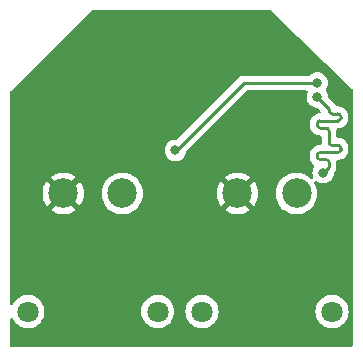
<source format=gbr>
%TF.GenerationSoftware,KiCad,Pcbnew,8.0.6*%
%TF.CreationDate,2024-12-04T14:06:11-08:00*%
%TF.ProjectId,micromppt,6d696372-6f6d-4707-9074-2e6b69636164,rev?*%
%TF.SameCoordinates,Original*%
%TF.FileFunction,Copper,L2,Bot*%
%TF.FilePolarity,Positive*%
%FSLAX46Y46*%
G04 Gerber Fmt 4.6, Leading zero omitted, Abs format (unit mm)*
G04 Created by KiCad (PCBNEW 8.0.6) date 2024-12-04 14:06:11*
%MOMM*%
%LPD*%
G01*
G04 APERTURE LIST*
%TA.AperFunction,ComponentPad*%
%ADD10C,2.500000*%
%TD*%
%TA.AperFunction,ComponentPad*%
%ADD11C,1.800000*%
%TD*%
%TA.AperFunction,ViaPad*%
%ADD12C,0.800000*%
%TD*%
%TA.AperFunction,Conductor*%
%ADD13C,0.250000*%
%TD*%
G04 APERTURE END LIST*
D10*
%TO.P,J2,1*%
%TO.N,gnd*%
X84250000Y-54750000D03*
%TO.P,J2,2*%
%TO.N,vcc-2*%
X89250000Y-54750000D03*
D11*
%TO.P,J2,3*%
%TO.N,N/C*%
X92250000Y-64750000D03*
%TO.P,J2,4*%
X81250000Y-64750000D03*
%TD*%
D10*
%TO.P,J1,1*%
%TO.N,gnd*%
X69500000Y-54750000D03*
%TO.P,J1,2*%
%TO.N,vcc-1*%
X74500000Y-54750000D03*
D11*
%TO.P,J1,3*%
%TO.N,N/C*%
X77500000Y-64750000D03*
%TO.P,J1,4*%
X66500000Y-64750000D03*
%TD*%
D12*
%TO.N,gnd*%
X77500000Y-51500000D03*
X76750000Y-47500000D03*
X81750000Y-43500000D03*
X87750000Y-50750000D03*
X86000000Y-50750000D03*
X68000000Y-45250000D03*
X68000000Y-47000000D03*
X68000000Y-48750000D03*
X68000000Y-50500000D03*
X73027028Y-44000000D03*
X78500000Y-45250000D03*
X74500000Y-44000000D03*
X76550000Y-51000000D03*
X81900000Y-57600000D03*
X87300000Y-48000000D03*
X87000000Y-43600000D03*
X90000000Y-49975000D03*
X81900000Y-46300000D03*
X68500000Y-52000000D03*
X79500000Y-43200000D03*
X82462653Y-51062653D03*
%TO.N,vout*%
X91000000Y-45400000D03*
X79000000Y-51100000D03*
%TO.N,vcc-2*%
X91500000Y-53000000D03*
X91000000Y-46600000D03*
%TD*%
D13*
%TO.N,vout*%
X84800000Y-45400000D02*
X91000000Y-45400000D01*
X79000000Y-51100000D02*
X79100000Y-51100000D01*
X79100000Y-51100000D02*
X84800000Y-45400000D01*
%TO.N,vcc-2*%
X92000000Y-52111769D02*
X92000000Y-52231769D01*
X91760000Y-48598333D02*
X92760000Y-48598333D01*
X91000000Y-48958333D02*
X91000000Y-48838333D01*
X91000000Y-51511769D02*
X91000000Y-51631769D01*
X92240000Y-50671769D02*
X92760000Y-50671769D01*
X91760000Y-49198333D02*
X91240000Y-49198333D01*
X92760000Y-51271769D02*
X92240000Y-51271769D01*
X92000000Y-47600000D02*
X91997189Y-47597189D01*
X92000000Y-47758333D02*
X92000000Y-47638333D01*
X92760000Y-47998333D02*
X92240000Y-47998333D01*
X91673858Y-52826142D02*
X91500000Y-53000000D01*
X91240000Y-48598333D02*
X91760000Y-48598333D01*
X93000000Y-50911769D02*
X93000000Y-51031769D01*
X93000000Y-48358333D02*
X93000000Y-48238333D01*
X92000000Y-52500000D02*
X91673858Y-52826142D01*
X91997189Y-47597189D02*
X91000000Y-46600000D01*
X92000000Y-52231769D02*
X92000000Y-52500000D01*
X92000000Y-49438333D02*
X92000000Y-50431769D01*
X92240000Y-51271769D02*
X91240000Y-51271769D01*
X91240000Y-51871769D02*
X91760000Y-51871769D01*
X92000000Y-47638333D02*
X92000000Y-47600000D01*
X92240000Y-47998333D02*
G75*
G02*
X91999967Y-47758333I0J240033D01*
G01*
X93000000Y-51031769D02*
G75*
G02*
X92760000Y-51271800I-240000J-31D01*
G01*
X92760000Y-50671769D02*
G75*
G02*
X93000031Y-50911769I0J-240031D01*
G01*
X91240000Y-49198333D02*
G75*
G02*
X90999967Y-48958333I0J240033D01*
G01*
X93000000Y-48238333D02*
G75*
G03*
X92760000Y-47998300I-240000J33D01*
G01*
X91240000Y-51271769D02*
G75*
G03*
X90999969Y-51511769I0J-240031D01*
G01*
X91000000Y-48838333D02*
G75*
G02*
X91240000Y-48598300I240000J33D01*
G01*
X91000000Y-51631769D02*
G75*
G03*
X91240000Y-51871800I240000J-31D01*
G01*
X91760000Y-51871769D02*
G75*
G02*
X92000031Y-52111769I0J-240031D01*
G01*
X92760000Y-48598333D02*
G75*
G03*
X93000033Y-48358333I0J240033D01*
G01*
X92000000Y-50431769D02*
G75*
G03*
X92240000Y-50671800I240000J-31D01*
G01*
X92000000Y-49438333D02*
G75*
G03*
X91760000Y-49198300I-240000J33D01*
G01*
%TD*%
%TA.AperFunction,Conductor*%
%TO.N,gnd*%
G36*
X87017259Y-39219685D02*
G01*
X87035962Y-39234420D01*
X93961741Y-45863381D01*
X93996560Y-45923956D01*
X94000000Y-45952960D01*
X94000000Y-67626000D01*
X93980315Y-67693039D01*
X93927511Y-67738794D01*
X93876000Y-67750000D01*
X65124000Y-67750000D01*
X65056961Y-67730315D01*
X65011206Y-67677511D01*
X65000000Y-67626000D01*
X65000000Y-65408200D01*
X65019685Y-65341161D01*
X65072489Y-65295406D01*
X65141647Y-65285462D01*
X65205203Y-65314487D01*
X65237556Y-65358390D01*
X65264075Y-65418848D01*
X65391016Y-65613147D01*
X65391019Y-65613151D01*
X65391021Y-65613153D01*
X65548216Y-65783913D01*
X65548219Y-65783915D01*
X65548222Y-65783918D01*
X65731365Y-65926464D01*
X65731371Y-65926468D01*
X65731374Y-65926470D01*
X65935497Y-66036936D01*
X66049487Y-66076068D01*
X66155015Y-66112297D01*
X66155017Y-66112297D01*
X66155019Y-66112298D01*
X66383951Y-66150500D01*
X66383952Y-66150500D01*
X66616048Y-66150500D01*
X66616049Y-66150500D01*
X66844981Y-66112298D01*
X67064503Y-66036936D01*
X67268626Y-65926470D01*
X67451784Y-65783913D01*
X67608979Y-65613153D01*
X67735924Y-65418849D01*
X67829157Y-65206300D01*
X67886134Y-64981305D01*
X67905300Y-64750000D01*
X67905300Y-64749993D01*
X76094700Y-64749993D01*
X76094700Y-64750006D01*
X76113864Y-64981297D01*
X76113866Y-64981308D01*
X76170842Y-65206300D01*
X76264075Y-65418848D01*
X76391016Y-65613147D01*
X76391019Y-65613151D01*
X76391021Y-65613153D01*
X76548216Y-65783913D01*
X76548219Y-65783915D01*
X76548222Y-65783918D01*
X76731365Y-65926464D01*
X76731371Y-65926468D01*
X76731374Y-65926470D01*
X76935497Y-66036936D01*
X77049487Y-66076068D01*
X77155015Y-66112297D01*
X77155017Y-66112297D01*
X77155019Y-66112298D01*
X77383951Y-66150500D01*
X77383952Y-66150500D01*
X77616048Y-66150500D01*
X77616049Y-66150500D01*
X77844981Y-66112298D01*
X78064503Y-66036936D01*
X78268626Y-65926470D01*
X78451784Y-65783913D01*
X78608979Y-65613153D01*
X78735924Y-65418849D01*
X78829157Y-65206300D01*
X78886134Y-64981305D01*
X78905300Y-64750000D01*
X78905300Y-64749993D01*
X79844700Y-64749993D01*
X79844700Y-64750006D01*
X79863864Y-64981297D01*
X79863866Y-64981308D01*
X79920842Y-65206300D01*
X80014075Y-65418848D01*
X80141016Y-65613147D01*
X80141019Y-65613151D01*
X80141021Y-65613153D01*
X80298216Y-65783913D01*
X80298219Y-65783915D01*
X80298222Y-65783918D01*
X80481365Y-65926464D01*
X80481371Y-65926468D01*
X80481374Y-65926470D01*
X80685497Y-66036936D01*
X80799487Y-66076068D01*
X80905015Y-66112297D01*
X80905017Y-66112297D01*
X80905019Y-66112298D01*
X81133951Y-66150500D01*
X81133952Y-66150500D01*
X81366048Y-66150500D01*
X81366049Y-66150500D01*
X81594981Y-66112298D01*
X81814503Y-66036936D01*
X82018626Y-65926470D01*
X82201784Y-65783913D01*
X82358979Y-65613153D01*
X82485924Y-65418849D01*
X82579157Y-65206300D01*
X82636134Y-64981305D01*
X82655300Y-64750000D01*
X82655300Y-64749993D01*
X90844700Y-64749993D01*
X90844700Y-64750006D01*
X90863864Y-64981297D01*
X90863866Y-64981308D01*
X90920842Y-65206300D01*
X91014075Y-65418848D01*
X91141016Y-65613147D01*
X91141019Y-65613151D01*
X91141021Y-65613153D01*
X91298216Y-65783913D01*
X91298219Y-65783915D01*
X91298222Y-65783918D01*
X91481365Y-65926464D01*
X91481371Y-65926468D01*
X91481374Y-65926470D01*
X91685497Y-66036936D01*
X91799487Y-66076068D01*
X91905015Y-66112297D01*
X91905017Y-66112297D01*
X91905019Y-66112298D01*
X92133951Y-66150500D01*
X92133952Y-66150500D01*
X92366048Y-66150500D01*
X92366049Y-66150500D01*
X92594981Y-66112298D01*
X92814503Y-66036936D01*
X93018626Y-65926470D01*
X93201784Y-65783913D01*
X93358979Y-65613153D01*
X93485924Y-65418849D01*
X93579157Y-65206300D01*
X93636134Y-64981305D01*
X93655300Y-64750000D01*
X93655300Y-64749993D01*
X93636135Y-64518702D01*
X93636133Y-64518691D01*
X93579157Y-64293699D01*
X93485924Y-64081151D01*
X93358983Y-63886852D01*
X93358980Y-63886849D01*
X93358979Y-63886847D01*
X93201784Y-63716087D01*
X93201779Y-63716083D01*
X93201777Y-63716081D01*
X93018634Y-63573535D01*
X93018628Y-63573531D01*
X92814504Y-63463064D01*
X92814495Y-63463061D01*
X92594984Y-63387702D01*
X92423282Y-63359050D01*
X92366049Y-63349500D01*
X92133951Y-63349500D01*
X92088164Y-63357140D01*
X91905015Y-63387702D01*
X91685504Y-63463061D01*
X91685495Y-63463064D01*
X91481371Y-63573531D01*
X91481365Y-63573535D01*
X91298222Y-63716081D01*
X91298219Y-63716084D01*
X91141016Y-63886852D01*
X91014075Y-64081151D01*
X90920842Y-64293699D01*
X90863866Y-64518691D01*
X90863864Y-64518702D01*
X90844700Y-64749993D01*
X82655300Y-64749993D01*
X82636135Y-64518702D01*
X82636133Y-64518691D01*
X82579157Y-64293699D01*
X82485924Y-64081151D01*
X82358983Y-63886852D01*
X82358980Y-63886849D01*
X82358979Y-63886847D01*
X82201784Y-63716087D01*
X82201779Y-63716083D01*
X82201777Y-63716081D01*
X82018634Y-63573535D01*
X82018628Y-63573531D01*
X81814504Y-63463064D01*
X81814495Y-63463061D01*
X81594984Y-63387702D01*
X81423282Y-63359050D01*
X81366049Y-63349500D01*
X81133951Y-63349500D01*
X81088164Y-63357140D01*
X80905015Y-63387702D01*
X80685504Y-63463061D01*
X80685495Y-63463064D01*
X80481371Y-63573531D01*
X80481365Y-63573535D01*
X80298222Y-63716081D01*
X80298219Y-63716084D01*
X80141016Y-63886852D01*
X80014075Y-64081151D01*
X79920842Y-64293699D01*
X79863866Y-64518691D01*
X79863864Y-64518702D01*
X79844700Y-64749993D01*
X78905300Y-64749993D01*
X78886135Y-64518702D01*
X78886133Y-64518691D01*
X78829157Y-64293699D01*
X78735924Y-64081151D01*
X78608983Y-63886852D01*
X78608980Y-63886849D01*
X78608979Y-63886847D01*
X78451784Y-63716087D01*
X78451779Y-63716083D01*
X78451777Y-63716081D01*
X78268634Y-63573535D01*
X78268628Y-63573531D01*
X78064504Y-63463064D01*
X78064495Y-63463061D01*
X77844984Y-63387702D01*
X77673282Y-63359050D01*
X77616049Y-63349500D01*
X77383951Y-63349500D01*
X77338164Y-63357140D01*
X77155015Y-63387702D01*
X76935504Y-63463061D01*
X76935495Y-63463064D01*
X76731371Y-63573531D01*
X76731365Y-63573535D01*
X76548222Y-63716081D01*
X76548219Y-63716084D01*
X76391016Y-63886852D01*
X76264075Y-64081151D01*
X76170842Y-64293699D01*
X76113866Y-64518691D01*
X76113864Y-64518702D01*
X76094700Y-64749993D01*
X67905300Y-64749993D01*
X67886135Y-64518702D01*
X67886133Y-64518691D01*
X67829157Y-64293699D01*
X67735924Y-64081151D01*
X67608983Y-63886852D01*
X67608980Y-63886849D01*
X67608979Y-63886847D01*
X67451784Y-63716087D01*
X67451779Y-63716083D01*
X67451777Y-63716081D01*
X67268634Y-63573535D01*
X67268628Y-63573531D01*
X67064504Y-63463064D01*
X67064495Y-63463061D01*
X66844984Y-63387702D01*
X66673282Y-63359050D01*
X66616049Y-63349500D01*
X66383951Y-63349500D01*
X66338164Y-63357140D01*
X66155015Y-63387702D01*
X65935504Y-63463061D01*
X65935495Y-63463064D01*
X65731371Y-63573531D01*
X65731365Y-63573535D01*
X65548222Y-63716081D01*
X65548219Y-63716084D01*
X65391016Y-63886852D01*
X65264076Y-64081149D01*
X65237556Y-64141610D01*
X65192599Y-64195095D01*
X65125863Y-64215785D01*
X65058536Y-64197110D01*
X65011992Y-64145000D01*
X65000000Y-64091799D01*
X65000000Y-54749995D01*
X67745093Y-54749995D01*
X67745093Y-54750004D01*
X67764692Y-55011545D01*
X67764693Y-55011550D01*
X67823058Y-55267270D01*
X67918883Y-55511426D01*
X67918882Y-55511426D01*
X68050027Y-55738573D01*
X68097874Y-55798571D01*
X68709523Y-55186922D01*
X68800926Y-55323715D01*
X68926285Y-55449074D01*
X69063076Y-55540475D01*
X68450830Y-56152720D01*
X68622546Y-56269793D01*
X68622550Y-56269795D01*
X68858854Y-56383594D01*
X68858858Y-56383595D01*
X69109494Y-56460907D01*
X69109500Y-56460909D01*
X69368848Y-56499999D01*
X69368857Y-56500000D01*
X69631143Y-56500000D01*
X69631151Y-56499999D01*
X69890499Y-56460909D01*
X69890505Y-56460907D01*
X70141143Y-56383595D01*
X70377445Y-56269798D01*
X70377447Y-56269797D01*
X70549168Y-56152720D01*
X69936923Y-55540475D01*
X70073715Y-55449074D01*
X70199074Y-55323715D01*
X70290475Y-55186922D01*
X70902125Y-55798572D01*
X70949971Y-55738573D01*
X71081116Y-55511426D01*
X71176941Y-55267270D01*
X71235306Y-55011550D01*
X71235307Y-55011545D01*
X71254907Y-54750004D01*
X71254907Y-54749995D01*
X72744592Y-54749995D01*
X72744592Y-54750004D01*
X72764196Y-55011620D01*
X72764197Y-55011625D01*
X72822576Y-55267402D01*
X72822578Y-55267411D01*
X72822580Y-55267416D01*
X72918432Y-55511643D01*
X73049614Y-55738857D01*
X73181736Y-55904533D01*
X73213198Y-55943985D01*
X73394753Y-56112441D01*
X73405521Y-56122433D01*
X73622296Y-56270228D01*
X73622301Y-56270230D01*
X73622302Y-56270231D01*
X73622303Y-56270232D01*
X73747843Y-56330688D01*
X73858673Y-56384061D01*
X73858674Y-56384061D01*
X73858677Y-56384063D01*
X74109385Y-56461396D01*
X74368818Y-56500500D01*
X74631182Y-56500500D01*
X74890615Y-56461396D01*
X75141323Y-56384063D01*
X75377704Y-56270228D01*
X75594479Y-56122433D01*
X75786805Y-55943981D01*
X75950386Y-55738857D01*
X76081568Y-55511643D01*
X76177420Y-55267416D01*
X76235802Y-55011630D01*
X76235808Y-55011550D01*
X76255408Y-54750004D01*
X76255408Y-54749995D01*
X82495093Y-54749995D01*
X82495093Y-54750004D01*
X82514692Y-55011545D01*
X82514693Y-55011550D01*
X82573058Y-55267270D01*
X82668883Y-55511426D01*
X82668882Y-55511426D01*
X82800027Y-55738573D01*
X82847874Y-55798571D01*
X83459523Y-55186922D01*
X83550926Y-55323715D01*
X83676285Y-55449074D01*
X83813076Y-55540475D01*
X83200830Y-56152720D01*
X83372546Y-56269793D01*
X83372550Y-56269795D01*
X83608854Y-56383594D01*
X83608858Y-56383595D01*
X83859494Y-56460907D01*
X83859500Y-56460909D01*
X84118848Y-56499999D01*
X84118857Y-56500000D01*
X84381143Y-56500000D01*
X84381151Y-56499999D01*
X84640499Y-56460909D01*
X84640505Y-56460907D01*
X84891143Y-56383595D01*
X85127445Y-56269798D01*
X85127447Y-56269797D01*
X85299168Y-56152720D01*
X84686923Y-55540475D01*
X84823715Y-55449074D01*
X84949074Y-55323715D01*
X85040475Y-55186922D01*
X85652125Y-55798572D01*
X85699971Y-55738573D01*
X85831116Y-55511426D01*
X85926941Y-55267270D01*
X85985306Y-55011550D01*
X85985307Y-55011545D01*
X86004907Y-54750004D01*
X86004907Y-54749995D01*
X85985307Y-54488454D01*
X85985306Y-54488449D01*
X85926941Y-54232729D01*
X85831116Y-53988573D01*
X85831117Y-53988573D01*
X85699972Y-53761426D01*
X85652124Y-53701427D01*
X85040475Y-54313076D01*
X84949074Y-54176285D01*
X84823715Y-54050926D01*
X84686923Y-53959524D01*
X85299168Y-53347278D01*
X85127454Y-53230206D01*
X85127445Y-53230201D01*
X84891142Y-53116404D01*
X84891144Y-53116404D01*
X84640505Y-53039092D01*
X84640499Y-53039090D01*
X84381151Y-53000000D01*
X84118848Y-53000000D01*
X83859500Y-53039090D01*
X83859494Y-53039092D01*
X83608858Y-53116404D01*
X83608854Y-53116405D01*
X83372547Y-53230205D01*
X83372539Y-53230210D01*
X83200830Y-53347277D01*
X83813077Y-53959524D01*
X83676285Y-54050926D01*
X83550926Y-54176285D01*
X83459524Y-54313076D01*
X82847874Y-53701427D01*
X82800028Y-53761425D01*
X82668883Y-53988573D01*
X82573058Y-54232729D01*
X82514693Y-54488449D01*
X82514692Y-54488454D01*
X82495093Y-54749995D01*
X76255408Y-54749995D01*
X76235803Y-54488379D01*
X76235802Y-54488374D01*
X76235802Y-54488370D01*
X76177420Y-54232584D01*
X76081568Y-53988357D01*
X75950386Y-53761143D01*
X75786805Y-53556019D01*
X75786804Y-53556018D01*
X75786801Y-53556014D01*
X75594479Y-53377567D01*
X75550052Y-53347277D01*
X75377704Y-53229772D01*
X75377700Y-53229770D01*
X75377697Y-53229768D01*
X75377696Y-53229767D01*
X75141325Y-53115938D01*
X75141327Y-53115938D01*
X74890623Y-53038606D01*
X74890619Y-53038605D01*
X74890615Y-53038604D01*
X74765823Y-53019794D01*
X74631187Y-52999500D01*
X74631182Y-52999500D01*
X74368818Y-52999500D01*
X74368812Y-52999500D01*
X74207247Y-53023853D01*
X74109385Y-53038604D01*
X74109382Y-53038605D01*
X74109376Y-53038606D01*
X73858673Y-53115938D01*
X73622303Y-53229767D01*
X73622302Y-53229768D01*
X73622296Y-53229771D01*
X73622296Y-53229772D01*
X73621654Y-53230210D01*
X73405520Y-53377567D01*
X73213198Y-53556014D01*
X73049614Y-53761143D01*
X72918432Y-53988356D01*
X72822582Y-54232578D01*
X72822576Y-54232597D01*
X72764197Y-54488374D01*
X72764196Y-54488379D01*
X72744592Y-54749995D01*
X71254907Y-54749995D01*
X71235307Y-54488454D01*
X71235306Y-54488449D01*
X71176941Y-54232729D01*
X71081116Y-53988573D01*
X71081117Y-53988573D01*
X70949972Y-53761426D01*
X70902124Y-53701427D01*
X70290475Y-54313076D01*
X70199074Y-54176285D01*
X70073715Y-54050926D01*
X69936923Y-53959524D01*
X70549168Y-53347278D01*
X70377454Y-53230206D01*
X70377445Y-53230201D01*
X70141142Y-53116404D01*
X70141144Y-53116404D01*
X69890505Y-53039092D01*
X69890499Y-53039090D01*
X69631151Y-53000000D01*
X69368848Y-53000000D01*
X69109500Y-53039090D01*
X69109494Y-53039092D01*
X68858858Y-53116404D01*
X68858854Y-53116405D01*
X68622547Y-53230205D01*
X68622539Y-53230210D01*
X68450830Y-53347277D01*
X69063077Y-53959524D01*
X68926285Y-54050926D01*
X68800926Y-54176285D01*
X68709524Y-54313076D01*
X68097874Y-53701427D01*
X68050028Y-53761425D01*
X67918883Y-53988573D01*
X67823058Y-54232729D01*
X67764693Y-54488449D01*
X67764692Y-54488454D01*
X67745093Y-54749995D01*
X65000000Y-54749995D01*
X65000000Y-51100000D01*
X78094540Y-51100000D01*
X78114326Y-51288256D01*
X78114327Y-51288259D01*
X78172818Y-51468277D01*
X78172821Y-51468284D01*
X78267467Y-51632216D01*
X78394129Y-51772888D01*
X78547265Y-51884148D01*
X78547270Y-51884151D01*
X78720192Y-51961142D01*
X78720197Y-51961144D01*
X78905354Y-52000500D01*
X78905355Y-52000500D01*
X79094644Y-52000500D01*
X79094646Y-52000500D01*
X79279803Y-51961144D01*
X79452730Y-51884151D01*
X79605871Y-51772888D01*
X79732533Y-51632216D01*
X79827179Y-51468284D01*
X79885674Y-51288256D01*
X79891576Y-51232092D01*
X79918159Y-51167479D01*
X79927207Y-51157381D01*
X85022771Y-46061819D01*
X85084094Y-46028334D01*
X85110452Y-46025500D01*
X90077106Y-46025500D01*
X90144145Y-46045185D01*
X90189900Y-46097989D01*
X90199844Y-46167147D01*
X90184493Y-46211500D01*
X90172821Y-46231715D01*
X90172818Y-46231722D01*
X90114327Y-46411740D01*
X90114326Y-46411744D01*
X90094540Y-46600000D01*
X90114326Y-46788256D01*
X90114327Y-46788259D01*
X90172818Y-46968277D01*
X90172821Y-46968284D01*
X90267467Y-47132216D01*
X90329641Y-47201267D01*
X90394129Y-47272888D01*
X90547265Y-47384148D01*
X90547270Y-47384151D01*
X90720192Y-47461142D01*
X90720197Y-47461144D01*
X90905354Y-47500500D01*
X90964548Y-47500500D01*
X91031587Y-47520185D01*
X91052229Y-47536819D01*
X91276529Y-47761119D01*
X91310014Y-47822442D01*
X91305030Y-47892134D01*
X91263158Y-47948067D01*
X91197694Y-47972484D01*
X91188851Y-47972800D01*
X91154746Y-47972800D01*
X90987522Y-48006066D01*
X90987519Y-48006068D01*
X90829997Y-48071321D01*
X90688232Y-48166056D01*
X90567680Y-48286626D01*
X90567674Y-48286632D01*
X90472966Y-48428400D01*
X90472964Y-48428404D01*
X90407730Y-48585939D01*
X90374488Y-48753165D01*
X90374488Y-48753167D01*
X90374500Y-48836869D01*
X90374500Y-48874965D01*
X90374489Y-48875149D01*
X90374493Y-48907018D01*
X90374460Y-48907130D01*
X90374478Y-49043661D01*
X90374478Y-49043665D01*
X90407756Y-49210858D01*
X90407759Y-49210866D01*
X90473009Y-49368349D01*
X90473015Y-49368360D01*
X90567733Y-49510089D01*
X90567741Y-49510100D01*
X90688290Y-49630633D01*
X90688295Y-49630637D01*
X90830049Y-49725343D01*
X90987555Y-49790578D01*
X91154760Y-49823834D01*
X91240000Y-49823833D01*
X91250500Y-49823833D01*
X91317539Y-49843518D01*
X91363294Y-49896322D01*
X91374500Y-49947833D01*
X91374500Y-50499290D01*
X91374522Y-50499738D01*
X91374519Y-50522285D01*
X91354826Y-50589322D01*
X91302015Y-50635070D01*
X91250519Y-50646269D01*
X91172698Y-50646269D01*
X91172078Y-50646299D01*
X91154763Y-50646299D01*
X91099543Y-50657281D01*
X90987566Y-50679553D01*
X90987564Y-50679553D01*
X90987563Y-50679554D01*
X90956822Y-50692286D01*
X90830063Y-50744786D01*
X90688317Y-50839488D01*
X90688311Y-50839492D01*
X90567766Y-50960022D01*
X90567763Y-50960025D01*
X90567762Y-50960027D01*
X90504923Y-51054055D01*
X90473041Y-51101762D01*
X90407786Y-51259259D01*
X90374509Y-51426451D01*
X90374507Y-51444299D01*
X90374500Y-51444467D01*
X90374500Y-51511688D01*
X90374489Y-51595140D01*
X90374500Y-51595319D01*
X90374500Y-51699290D01*
X90374522Y-51699738D01*
X90374519Y-51716934D01*
X90407761Y-51884148D01*
X90407764Y-51884161D01*
X90413205Y-51897300D01*
X90472995Y-52041685D01*
X90567705Y-52183455D01*
X90567707Y-52183457D01*
X90688254Y-52304021D01*
X90688256Y-52304022D01*
X90688257Y-52304023D01*
X90717081Y-52323284D01*
X90761883Y-52376896D01*
X90770589Y-52446222D01*
X90755574Y-52488382D01*
X90672820Y-52631718D01*
X90672818Y-52631722D01*
X90614327Y-52811740D01*
X90614326Y-52811744D01*
X90594540Y-53000000D01*
X90614326Y-53188256D01*
X90614327Y-53188259D01*
X90671444Y-53364048D01*
X90673439Y-53433889D01*
X90637359Y-53493722D01*
X90574658Y-53524550D01*
X90505243Y-53516585D01*
X90469172Y-53493265D01*
X90344479Y-53377567D01*
X90300052Y-53347277D01*
X90127704Y-53229772D01*
X90127700Y-53229770D01*
X90127697Y-53229768D01*
X90127696Y-53229767D01*
X89891325Y-53115938D01*
X89891327Y-53115938D01*
X89640623Y-53038606D01*
X89640619Y-53038605D01*
X89640615Y-53038604D01*
X89515823Y-53019794D01*
X89381187Y-52999500D01*
X89381182Y-52999500D01*
X89118818Y-52999500D01*
X89118812Y-52999500D01*
X88957247Y-53023853D01*
X88859385Y-53038604D01*
X88859382Y-53038605D01*
X88859376Y-53038606D01*
X88608673Y-53115938D01*
X88372303Y-53229767D01*
X88372302Y-53229768D01*
X88372296Y-53229771D01*
X88372296Y-53229772D01*
X88371654Y-53230210D01*
X88155520Y-53377567D01*
X87963198Y-53556014D01*
X87799614Y-53761143D01*
X87668432Y-53988356D01*
X87572582Y-54232578D01*
X87572576Y-54232597D01*
X87514197Y-54488374D01*
X87514196Y-54488379D01*
X87494592Y-54749995D01*
X87494592Y-54750004D01*
X87514196Y-55011620D01*
X87514197Y-55011625D01*
X87572576Y-55267402D01*
X87572578Y-55267411D01*
X87572580Y-55267416D01*
X87668432Y-55511643D01*
X87799614Y-55738857D01*
X87931736Y-55904533D01*
X87963198Y-55943985D01*
X88144753Y-56112441D01*
X88155521Y-56122433D01*
X88372296Y-56270228D01*
X88372301Y-56270230D01*
X88372302Y-56270231D01*
X88372303Y-56270232D01*
X88497843Y-56330688D01*
X88608673Y-56384061D01*
X88608674Y-56384061D01*
X88608677Y-56384063D01*
X88859385Y-56461396D01*
X89118818Y-56500500D01*
X89381182Y-56500500D01*
X89640615Y-56461396D01*
X89891323Y-56384063D01*
X90127704Y-56270228D01*
X90344479Y-56122433D01*
X90536805Y-55943981D01*
X90700386Y-55738857D01*
X90831568Y-55511643D01*
X90927420Y-55267416D01*
X90985802Y-55011630D01*
X90985808Y-55011550D01*
X91005408Y-54750004D01*
X91005408Y-54749995D01*
X90985803Y-54488379D01*
X90985802Y-54488374D01*
X90985802Y-54488370D01*
X90927420Y-54232584D01*
X90831568Y-53988357D01*
X90764308Y-53871859D01*
X90747836Y-53803962D01*
X90770688Y-53737935D01*
X90825609Y-53694745D01*
X90895163Y-53688103D01*
X90944581Y-53709544D01*
X91047265Y-53784148D01*
X91047270Y-53784151D01*
X91220192Y-53861142D01*
X91220197Y-53861144D01*
X91405354Y-53900500D01*
X91405355Y-53900500D01*
X91594644Y-53900500D01*
X91594646Y-53900500D01*
X91779803Y-53861144D01*
X91952730Y-53784151D01*
X92105871Y-53672888D01*
X92232533Y-53532216D01*
X92327179Y-53368284D01*
X92385674Y-53188256D01*
X92403321Y-53020346D01*
X92429904Y-52955735D01*
X92438961Y-52945629D01*
X92485857Y-52898734D01*
X92554311Y-52796286D01*
X92601463Y-52682452D01*
X92625500Y-52561607D01*
X92625500Y-52438394D01*
X92625500Y-52195319D01*
X92625510Y-52195140D01*
X92625509Y-52187641D01*
X92625510Y-52187638D01*
X92625506Y-52163086D01*
X92625536Y-52162983D01*
X92625530Y-52111688D01*
X92625531Y-52111688D01*
X92625521Y-52026448D01*
X92625520Y-52026445D01*
X92625520Y-52021315D01*
X92645197Y-51954273D01*
X92697995Y-51908512D01*
X92749520Y-51897300D01*
X92845252Y-51897300D01*
X92869050Y-51892565D01*
X93012477Y-51864033D01*
X93169999Y-51798780D01*
X93311762Y-51704047D01*
X93432318Y-51583475D01*
X93527033Y-51441700D01*
X93592266Y-51284170D01*
X93625511Y-51116940D01*
X93625500Y-51031688D01*
X93625500Y-50995319D01*
X93625510Y-50995140D01*
X93625509Y-50987641D01*
X93625510Y-50987638D01*
X93625506Y-50963086D01*
X93625536Y-50962983D01*
X93625530Y-50911688D01*
X93625531Y-50911688D01*
X93625521Y-50826448D01*
X93592243Y-50659247D01*
X93592242Y-50659244D01*
X93526990Y-50501755D01*
X93526988Y-50501752D01*
X93526987Y-50501749D01*
X93432262Y-50360007D01*
X93311706Y-50239467D01*
X93169952Y-50144760D01*
X93169948Y-50144758D01*
X93169946Y-50144757D01*
X93012447Y-50079525D01*
X92956710Y-50068439D01*
X92845240Y-50046268D01*
X92845238Y-50046268D01*
X92760000Y-50046269D01*
X92749500Y-50046269D01*
X92682461Y-50026584D01*
X92636706Y-49973780D01*
X92625500Y-49922269D01*
X92625500Y-49370636D01*
X92625475Y-49370147D01*
X92625479Y-49347811D01*
X92645176Y-49280775D01*
X92697988Y-49235029D01*
X92749479Y-49223833D01*
X92827519Y-49223833D01*
X92828165Y-49223800D01*
X92845237Y-49223801D01*
X93012436Y-49190546D01*
X93169935Y-49125314D01*
X93311684Y-49030611D01*
X93432235Y-48910076D01*
X93526958Y-48768341D01*
X93592211Y-48610850D01*
X93625489Y-48443656D01*
X93625491Y-48426283D01*
X93625500Y-48426112D01*
X93625500Y-48358247D01*
X93625509Y-48286626D01*
X93625510Y-48282470D01*
X93625509Y-48282466D01*
X93625510Y-48275149D01*
X93625500Y-48274965D01*
X93625500Y-48170637D01*
X93625475Y-48170148D01*
X93625478Y-48153170D01*
X93592236Y-47985945D01*
X93527006Y-47828420D01*
X93432295Y-47686649D01*
X93311744Y-47566081D01*
X93311742Y-47566080D01*
X93311739Y-47566077D01*
X93169993Y-47471354D01*
X93169987Y-47471351D01*
X93169985Y-47471350D01*
X93012469Y-47406099D01*
X92956729Y-47395010D01*
X92845251Y-47372833D01*
X92845249Y-47372833D01*
X92821606Y-47372833D01*
X92665579Y-47372833D01*
X92598540Y-47353148D01*
X92556220Y-47307284D01*
X92554312Y-47303715D01*
X92485858Y-47201267D01*
X92485855Y-47201263D01*
X92394414Y-47109822D01*
X92394391Y-47109801D01*
X91938960Y-46654370D01*
X91905475Y-46593047D01*
X91903323Y-46579671D01*
X91885674Y-46411744D01*
X91827179Y-46231716D01*
X91732533Y-46067784D01*
X91729284Y-46062156D01*
X91731929Y-46060628D01*
X91712779Y-46007421D01*
X91728417Y-45939323D01*
X91729344Y-45937879D01*
X91729284Y-45937844D01*
X91772275Y-45863381D01*
X91827179Y-45768284D01*
X91885674Y-45588256D01*
X91905460Y-45400000D01*
X91885674Y-45211744D01*
X91827179Y-45031716D01*
X91732533Y-44867784D01*
X91605871Y-44727112D01*
X91605870Y-44727111D01*
X91452734Y-44615851D01*
X91452729Y-44615848D01*
X91279807Y-44538857D01*
X91279802Y-44538855D01*
X91134001Y-44507865D01*
X91094646Y-44499500D01*
X90905354Y-44499500D01*
X90872897Y-44506398D01*
X90720197Y-44538855D01*
X90720192Y-44538857D01*
X90547270Y-44615848D01*
X90547265Y-44615851D01*
X90394130Y-44727110D01*
X90394126Y-44727114D01*
X90388400Y-44733474D01*
X90328913Y-44770121D01*
X90296252Y-44774500D01*
X84738389Y-44774500D01*
X84677971Y-44786518D01*
X84634743Y-44795116D01*
X84617546Y-44798537D01*
X84503716Y-44845687D01*
X84503707Y-44845692D01*
X84401268Y-44914140D01*
X84357705Y-44957703D01*
X84314142Y-45001267D01*
X79152228Y-50163181D01*
X79090905Y-50196666D01*
X79064547Y-50199500D01*
X78905354Y-50199500D01*
X78887820Y-50203227D01*
X78720197Y-50238855D01*
X78720192Y-50238857D01*
X78547270Y-50315848D01*
X78547265Y-50315851D01*
X78394129Y-50427111D01*
X78267466Y-50567785D01*
X78172821Y-50731715D01*
X78172818Y-50731722D01*
X78137802Y-50839492D01*
X78114326Y-50911744D01*
X78094540Y-51100000D01*
X65000000Y-51100000D01*
X65000000Y-46151885D01*
X65019685Y-46084846D01*
X65036948Y-46063579D01*
X71963793Y-39235690D01*
X72025355Y-39202647D01*
X72050841Y-39200000D01*
X86950220Y-39200000D01*
X87017259Y-39219685D01*
G37*
%TD.AperFunction*%
%TD*%
M02*

</source>
